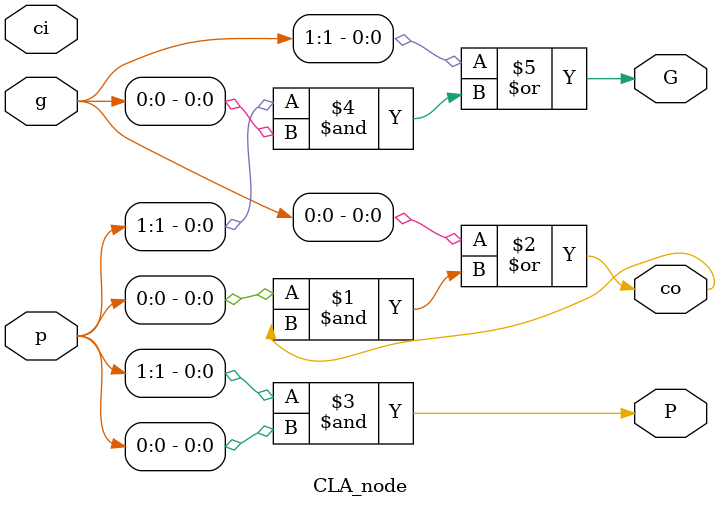
<source format=v>
module CLA_node(
    input   [1:0] p,
    input   [1:0] g,
    input   ci,
    output  co,
    output  P,
    output  G
);

assign co = g[0] | (p[0]&co);
assign P = p[1]&p[0];
assign G = g[1] | (p[1]&g[0]);

endmodule
</source>
